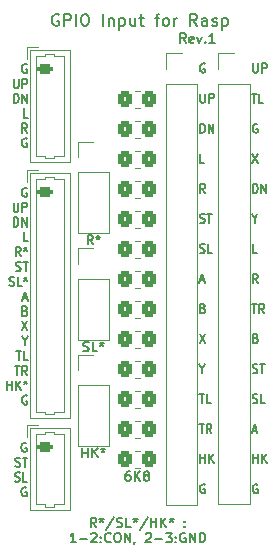
<source format=gbr>
%TF.GenerationSoftware,KiCad,Pcbnew,(6.0.10)*%
%TF.CreationDate,2023-02-12T22:57:06+09:00*%
%TF.ProjectId,joystick_gpio_input,6a6f7973-7469-4636-9b5f-6770696f5f69,1*%
%TF.SameCoordinates,PX7b89fa0PY78dfd90*%
%TF.FileFunction,Legend,Top*%
%TF.FilePolarity,Positive*%
%FSLAX46Y46*%
G04 Gerber Fmt 4.6, Leading zero omitted, Abs format (unit mm)*
G04 Created by KiCad (PCBNEW (6.0.10)) date 2023-02-12 22:57:06*
%MOMM*%
%LPD*%
G01*
G04 APERTURE LIST*
G04 Aperture macros list*
%AMRoundRect*
0 Rectangle with rounded corners*
0 $1 Rounding radius*
0 $2 $3 $4 $5 $6 $7 $8 $9 X,Y pos of 4 corners*
0 Add a 4 corners polygon primitive as box body*
4,1,4,$2,$3,$4,$5,$6,$7,$8,$9,$2,$3,0*
0 Add four circle primitives for the rounded corners*
1,1,$1+$1,$2,$3*
1,1,$1+$1,$4,$5*
1,1,$1+$1,$6,$7*
1,1,$1+$1,$8,$9*
0 Add four rect primitives between the rounded corners*
20,1,$1+$1,$2,$3,$4,$5,0*
20,1,$1+$1,$4,$5,$6,$7,0*
20,1,$1+$1,$6,$7,$8,$9,0*
20,1,$1+$1,$8,$9,$2,$3,0*%
G04 Aperture macros list end*
%ADD10C,0.150000*%
%ADD11C,0.120000*%
%ADD12RoundRect,0.250000X-0.350000X-0.450000X0.350000X-0.450000X0.350000X0.450000X-0.350000X0.450000X0*%
%ADD13R,1.700000X1.700000*%
%ADD14O,1.700000X1.700000*%
%ADD15RoundRect,0.200000X-0.450000X0.200000X-0.450000X-0.200000X0.450000X-0.200000X0.450000X0.200000X0*%
%ADD16O,1.300000X0.800000*%
G04 APERTURE END LIST*
D10*
X2021833Y9436500D02*
X1955166Y9473643D01*
X1855166Y9473643D01*
X1755166Y9436500D01*
X1688500Y9362215D01*
X1655166Y9287929D01*
X1621833Y9139358D01*
X1621833Y9027929D01*
X1655166Y8879358D01*
X1688500Y8805072D01*
X1755166Y8730786D01*
X1855166Y8693643D01*
X1921833Y8693643D01*
X2021833Y8730786D01*
X2055166Y8767929D01*
X2055166Y9027929D01*
X1921833Y9027929D01*
X1121833Y7474986D02*
X1221833Y7437843D01*
X1388500Y7437843D01*
X1455166Y7474986D01*
X1488500Y7512129D01*
X1521833Y7586415D01*
X1521833Y7660700D01*
X1488500Y7734986D01*
X1455166Y7772129D01*
X1388500Y7809272D01*
X1255166Y7846415D01*
X1188500Y7883558D01*
X1155166Y7920700D01*
X1121833Y7994986D01*
X1121833Y8069272D01*
X1155166Y8143558D01*
X1188500Y8180700D01*
X1255166Y8217843D01*
X1421833Y8217843D01*
X1521833Y8180700D01*
X1721833Y8217843D02*
X2121833Y8217843D01*
X1921833Y7437843D02*
X1921833Y8217843D01*
X1088500Y6219186D02*
X1188500Y6182043D01*
X1355166Y6182043D01*
X1421833Y6219186D01*
X1455166Y6256329D01*
X1488500Y6330615D01*
X1488500Y6404900D01*
X1455166Y6479186D01*
X1421833Y6516329D01*
X1355166Y6553472D01*
X1221833Y6590615D01*
X1155166Y6627758D01*
X1121833Y6664900D01*
X1088500Y6739186D01*
X1088500Y6813472D01*
X1121833Y6887758D01*
X1155166Y6924900D01*
X1221833Y6962043D01*
X1388500Y6962043D01*
X1488500Y6924900D01*
X2121833Y6182043D02*
X1788500Y6182043D01*
X1788500Y6962043D01*
X2021833Y5669100D02*
X1955166Y5706243D01*
X1855166Y5706243D01*
X1755166Y5669100D01*
X1688500Y5594815D01*
X1655166Y5520529D01*
X1621833Y5371958D01*
X1621833Y5260529D01*
X1655166Y5111958D01*
X1688500Y5037672D01*
X1755166Y4963386D01*
X1855166Y4926243D01*
X1921833Y4926243D01*
X2021833Y4963386D01*
X2055166Y5000529D01*
X2055166Y5260529D01*
X1921833Y5260529D01*
X7956990Y2314096D02*
X7690323Y2695048D01*
X7499847Y2314096D02*
X7499847Y3114096D01*
X7804609Y3114096D01*
X7880800Y3076000D01*
X7918895Y3037905D01*
X7956990Y2961715D01*
X7956990Y2847429D01*
X7918895Y2771239D01*
X7880800Y2733143D01*
X7804609Y2695048D01*
X7499847Y2695048D01*
X8414133Y3114096D02*
X8414133Y2923620D01*
X8223657Y2999810D02*
X8414133Y2923620D01*
X8604609Y2999810D01*
X8299847Y2771239D02*
X8414133Y2923620D01*
X8528419Y2771239D01*
X9480800Y3152191D02*
X8795085Y2123620D01*
X9709371Y2352191D02*
X9823657Y2314096D01*
X10014133Y2314096D01*
X10090323Y2352191D01*
X10128419Y2390286D01*
X10166514Y2466477D01*
X10166514Y2542667D01*
X10128419Y2618858D01*
X10090323Y2656953D01*
X10014133Y2695048D01*
X9861752Y2733143D01*
X9785561Y2771239D01*
X9747466Y2809334D01*
X9709371Y2885524D01*
X9709371Y2961715D01*
X9747466Y3037905D01*
X9785561Y3076000D01*
X9861752Y3114096D01*
X10052228Y3114096D01*
X10166514Y3076000D01*
X10890323Y2314096D02*
X10509371Y2314096D01*
X10509371Y3114096D01*
X11271276Y3114096D02*
X11271276Y2923620D01*
X11080800Y2999810D02*
X11271276Y2923620D01*
X11461752Y2999810D01*
X11156990Y2771239D02*
X11271276Y2923620D01*
X11385561Y2771239D01*
X12337942Y3152191D02*
X11652228Y2123620D01*
X12604609Y2314096D02*
X12604609Y3114096D01*
X12604609Y2733143D02*
X13061752Y2733143D01*
X13061752Y2314096D02*
X13061752Y3114096D01*
X13442704Y2314096D02*
X13442704Y3114096D01*
X13899847Y2314096D02*
X13556990Y2771239D01*
X13899847Y3114096D02*
X13442704Y2656953D01*
X14356990Y3114096D02*
X14356990Y2923620D01*
X14166514Y2999810D02*
X14356990Y2923620D01*
X14547466Y2999810D01*
X14242704Y2771239D02*
X14356990Y2923620D01*
X14471276Y2771239D01*
X15461752Y2390286D02*
X15499847Y2352191D01*
X15461752Y2314096D01*
X15423657Y2352191D01*
X15461752Y2390286D01*
X15461752Y2314096D01*
X15461752Y2809334D02*
X15499847Y2771239D01*
X15461752Y2733143D01*
X15423657Y2771239D01*
X15461752Y2809334D01*
X15461752Y2733143D01*
X6242704Y1026096D02*
X5785561Y1026096D01*
X6014133Y1026096D02*
X6014133Y1826096D01*
X5937942Y1711810D01*
X5861752Y1635620D01*
X5785561Y1597524D01*
X6585561Y1330858D02*
X7195085Y1330858D01*
X7537942Y1749905D02*
X7576038Y1788000D01*
X7652228Y1826096D01*
X7842704Y1826096D01*
X7918895Y1788000D01*
X7956990Y1749905D01*
X7995085Y1673715D01*
X7995085Y1597524D01*
X7956990Y1483239D01*
X7499847Y1026096D01*
X7995085Y1026096D01*
X8337942Y1102286D02*
X8376038Y1064191D01*
X8337942Y1026096D01*
X8299847Y1064191D01*
X8337942Y1102286D01*
X8337942Y1026096D01*
X8337942Y1521334D02*
X8376038Y1483239D01*
X8337942Y1445143D01*
X8299847Y1483239D01*
X8337942Y1521334D01*
X8337942Y1445143D01*
X9176038Y1102286D02*
X9137942Y1064191D01*
X9023657Y1026096D01*
X8947466Y1026096D01*
X8833180Y1064191D01*
X8756990Y1140381D01*
X8718895Y1216572D01*
X8680800Y1368953D01*
X8680800Y1483239D01*
X8718895Y1635620D01*
X8756990Y1711810D01*
X8833180Y1788000D01*
X8947466Y1826096D01*
X9023657Y1826096D01*
X9137942Y1788000D01*
X9176038Y1749905D01*
X9671276Y1826096D02*
X9823657Y1826096D01*
X9899847Y1788000D01*
X9976038Y1711810D01*
X10014133Y1559429D01*
X10014133Y1292762D01*
X9976038Y1140381D01*
X9899847Y1064191D01*
X9823657Y1026096D01*
X9671276Y1026096D01*
X9595085Y1064191D01*
X9518895Y1140381D01*
X9480800Y1292762D01*
X9480800Y1559429D01*
X9518895Y1711810D01*
X9595085Y1788000D01*
X9671276Y1826096D01*
X10356990Y1026096D02*
X10356990Y1826096D01*
X10814133Y1026096D01*
X10814133Y1826096D01*
X11233180Y1064191D02*
X11233180Y1026096D01*
X11195085Y949905D01*
X11156990Y911810D01*
X12147466Y1749905D02*
X12185561Y1788000D01*
X12261752Y1826096D01*
X12452228Y1826096D01*
X12528419Y1788000D01*
X12566514Y1749905D01*
X12604609Y1673715D01*
X12604609Y1597524D01*
X12566514Y1483239D01*
X12109371Y1026096D01*
X12604609Y1026096D01*
X12947466Y1330858D02*
X13556990Y1330858D01*
X13861752Y1826096D02*
X14356990Y1826096D01*
X14090323Y1521334D01*
X14204609Y1521334D01*
X14280800Y1483239D01*
X14318895Y1445143D01*
X14356990Y1368953D01*
X14356990Y1178477D01*
X14318895Y1102286D01*
X14280800Y1064191D01*
X14204609Y1026096D01*
X13976038Y1026096D01*
X13899847Y1064191D01*
X13861752Y1102286D01*
X14699847Y1102286D02*
X14737942Y1064191D01*
X14699847Y1026096D01*
X14661752Y1064191D01*
X14699847Y1102286D01*
X14699847Y1026096D01*
X14699847Y1521334D02*
X14737942Y1483239D01*
X14699847Y1445143D01*
X14661752Y1483239D01*
X14699847Y1521334D01*
X14699847Y1445143D01*
X15499847Y1788000D02*
X15423657Y1826096D01*
X15309371Y1826096D01*
X15195085Y1788000D01*
X15118895Y1711810D01*
X15080800Y1635620D01*
X15042704Y1483239D01*
X15042704Y1368953D01*
X15080800Y1216572D01*
X15118895Y1140381D01*
X15195085Y1064191D01*
X15309371Y1026096D01*
X15385561Y1026096D01*
X15499847Y1064191D01*
X15537942Y1102286D01*
X15537942Y1368953D01*
X15385561Y1368953D01*
X15880800Y1026096D02*
X15880800Y1826096D01*
X16337942Y1026096D01*
X16337942Y1826096D01*
X16718895Y1026096D02*
X16718895Y1826096D01*
X16909371Y1826096D01*
X17023657Y1788000D01*
X17099847Y1711810D01*
X17137942Y1635620D01*
X17176038Y1483239D01*
X17176038Y1368953D01*
X17137942Y1216572D01*
X17099847Y1140381D01*
X17023657Y1064191D01*
X16909371Y1026096D01*
X16718895Y1026096D01*
X2072633Y31024600D02*
X2005966Y31061743D01*
X1905966Y31061743D01*
X1805966Y31024600D01*
X1739300Y30950315D01*
X1705966Y30876029D01*
X1672633Y30727458D01*
X1672633Y30616029D01*
X1705966Y30467458D01*
X1739300Y30393172D01*
X1805966Y30318886D01*
X1905966Y30281743D01*
X1972633Y30281743D01*
X2072633Y30318886D01*
X2105966Y30356029D01*
X2105966Y30616029D01*
X1972633Y30616029D01*
X972633Y29805943D02*
X972633Y29174515D01*
X1005966Y29100229D01*
X1039300Y29063086D01*
X1105966Y29025943D01*
X1239300Y29025943D01*
X1305966Y29063086D01*
X1339300Y29100229D01*
X1372633Y29174515D01*
X1372633Y29805943D01*
X1705966Y29025943D02*
X1705966Y29805943D01*
X1972633Y29805943D01*
X2039300Y29768800D01*
X2072633Y29731658D01*
X2105966Y29657372D01*
X2105966Y29545943D01*
X2072633Y29471658D01*
X2039300Y29434515D01*
X1972633Y29397372D01*
X1705966Y29397372D01*
X972633Y27770143D02*
X972633Y28550143D01*
X1139300Y28550143D01*
X1239300Y28513000D01*
X1305966Y28438715D01*
X1339300Y28364429D01*
X1372633Y28215858D01*
X1372633Y28104429D01*
X1339300Y27955858D01*
X1305966Y27881572D01*
X1239300Y27807286D01*
X1139300Y27770143D01*
X972633Y27770143D01*
X1672633Y27770143D02*
X1672633Y28550143D01*
X2072633Y27770143D01*
X2072633Y28550143D01*
X2172633Y26514343D02*
X1839300Y26514343D01*
X1839300Y27294343D01*
X1572633Y25258543D02*
X1339300Y25629972D01*
X1172633Y25258543D02*
X1172633Y26038543D01*
X1439300Y26038543D01*
X1505966Y26001400D01*
X1539300Y25964258D01*
X1572633Y25889972D01*
X1572633Y25778543D01*
X1539300Y25704258D01*
X1505966Y25667115D01*
X1439300Y25629972D01*
X1172633Y25629972D01*
X1972633Y26038543D02*
X1972633Y25852829D01*
X1805966Y25927115D02*
X1972633Y25852829D01*
X2139300Y25927115D01*
X1872633Y25704258D02*
X1972633Y25852829D01*
X2072633Y25704258D01*
X1172633Y24039886D02*
X1272633Y24002743D01*
X1439300Y24002743D01*
X1505966Y24039886D01*
X1539300Y24077029D01*
X1572633Y24151315D01*
X1572633Y24225600D01*
X1539300Y24299886D01*
X1505966Y24337029D01*
X1439300Y24374172D01*
X1305966Y24411315D01*
X1239300Y24448458D01*
X1205966Y24485600D01*
X1172633Y24559886D01*
X1172633Y24634172D01*
X1205966Y24708458D01*
X1239300Y24745600D01*
X1305966Y24782743D01*
X1472633Y24782743D01*
X1572633Y24745600D01*
X1772633Y24782743D02*
X2172633Y24782743D01*
X1972633Y24002743D02*
X1972633Y24782743D01*
X605966Y22784086D02*
X705966Y22746943D01*
X872633Y22746943D01*
X939300Y22784086D01*
X972633Y22821229D01*
X1005966Y22895515D01*
X1005966Y22969800D01*
X972633Y23044086D01*
X939300Y23081229D01*
X872633Y23118372D01*
X739300Y23155515D01*
X672633Y23192658D01*
X639300Y23229800D01*
X605966Y23304086D01*
X605966Y23378372D01*
X639300Y23452658D01*
X672633Y23489800D01*
X739300Y23526943D01*
X905966Y23526943D01*
X1005966Y23489800D01*
X1639300Y22746943D02*
X1305966Y22746943D01*
X1305966Y23526943D01*
X1972633Y23526943D02*
X1972633Y23341229D01*
X1805966Y23415515D02*
X1972633Y23341229D01*
X2139300Y23415515D01*
X1872633Y23192658D02*
X1972633Y23341229D01*
X2072633Y23192658D01*
X1772633Y21714000D02*
X2105966Y21714000D01*
X1705966Y21491143D02*
X1939300Y22271143D01*
X2172633Y21491143D01*
X1939300Y20643915D02*
X2039300Y20606772D01*
X2072633Y20569629D01*
X2105966Y20495343D01*
X2105966Y20383915D01*
X2072633Y20309629D01*
X2039300Y20272486D01*
X1972633Y20235343D01*
X1705966Y20235343D01*
X1705966Y21015343D01*
X1939300Y21015343D01*
X2005966Y20978200D01*
X2039300Y20941058D01*
X2072633Y20866772D01*
X2072633Y20792486D01*
X2039300Y20718200D01*
X2005966Y20681058D01*
X1939300Y20643915D01*
X1705966Y20643915D01*
X1672633Y19759543D02*
X2139300Y18979543D01*
X2139300Y19759543D02*
X1672633Y18979543D01*
X1939300Y18095172D02*
X1939300Y17723743D01*
X1705966Y18503743D02*
X1939300Y18095172D01*
X2172633Y18503743D01*
X1205966Y17247943D02*
X1605966Y17247943D01*
X1405966Y16467943D02*
X1405966Y17247943D01*
X2172633Y16467943D02*
X1839300Y16467943D01*
X1839300Y17247943D01*
X1072633Y15992143D02*
X1472633Y15992143D01*
X1272633Y15212143D02*
X1272633Y15992143D01*
X2105966Y15212143D02*
X1872633Y15583572D01*
X1705966Y15212143D02*
X1705966Y15992143D01*
X1972633Y15992143D01*
X2039300Y15955000D01*
X2072633Y15917858D01*
X2105966Y15843572D01*
X2105966Y15732143D01*
X2072633Y15657858D01*
X2039300Y15620715D01*
X1972633Y15583572D01*
X1705966Y15583572D01*
X439300Y13956343D02*
X439300Y14736343D01*
X439300Y14364915D02*
X839300Y14364915D01*
X839300Y13956343D02*
X839300Y14736343D01*
X1172633Y13956343D02*
X1172633Y14736343D01*
X1572633Y13956343D02*
X1272633Y14402058D01*
X1572633Y14736343D02*
X1172633Y14290629D01*
X1972633Y14736343D02*
X1972633Y14550629D01*
X1805966Y14624915D02*
X1972633Y14550629D01*
X2139300Y14624915D01*
X1872633Y14402058D02*
X1972633Y14550629D01*
X2072633Y14402058D01*
X2072633Y13443400D02*
X2005966Y13480543D01*
X1905966Y13480543D01*
X1805966Y13443400D01*
X1739300Y13369115D01*
X1705966Y13294829D01*
X1672633Y13146258D01*
X1672633Y13034829D01*
X1705966Y12886258D01*
X1739300Y12811972D01*
X1805966Y12737686D01*
X1905966Y12700543D01*
X1972633Y12700543D01*
X2072633Y12737686D01*
X2105966Y12774829D01*
X2105966Y13034829D01*
X1972633Y13034829D01*
X2082633Y41502500D02*
X2015966Y41539643D01*
X1915966Y41539643D01*
X1815966Y41502500D01*
X1749300Y41428215D01*
X1715966Y41353929D01*
X1682633Y41205358D01*
X1682633Y41093929D01*
X1715966Y40945358D01*
X1749300Y40871072D01*
X1815966Y40796786D01*
X1915966Y40759643D01*
X1982633Y40759643D01*
X2082633Y40796786D01*
X2115966Y40833929D01*
X2115966Y41093929D01*
X1982633Y41093929D01*
X982633Y40283843D02*
X982633Y39652415D01*
X1015966Y39578129D01*
X1049300Y39540986D01*
X1115966Y39503843D01*
X1249300Y39503843D01*
X1315966Y39540986D01*
X1349300Y39578129D01*
X1382633Y39652415D01*
X1382633Y40283843D01*
X1715966Y39503843D02*
X1715966Y40283843D01*
X1982633Y40283843D01*
X2049300Y40246700D01*
X2082633Y40209558D01*
X2115966Y40135272D01*
X2115966Y40023843D01*
X2082633Y39949558D01*
X2049300Y39912415D01*
X1982633Y39875272D01*
X1715966Y39875272D01*
X982633Y38248043D02*
X982633Y39028043D01*
X1149300Y39028043D01*
X1249300Y38990900D01*
X1315966Y38916615D01*
X1349300Y38842329D01*
X1382633Y38693758D01*
X1382633Y38582329D01*
X1349300Y38433758D01*
X1315966Y38359472D01*
X1249300Y38285186D01*
X1149300Y38248043D01*
X982633Y38248043D01*
X1682633Y38248043D02*
X1682633Y39028043D01*
X2082633Y38248043D01*
X2082633Y39028043D01*
X2182633Y36992243D02*
X1849300Y36992243D01*
X1849300Y37772243D01*
X2115966Y35736443D02*
X1882633Y36107872D01*
X1715966Y35736443D02*
X1715966Y36516443D01*
X1982633Y36516443D01*
X2049300Y36479300D01*
X2082633Y36442158D01*
X2115966Y36367872D01*
X2115966Y36256443D01*
X2082633Y36182158D01*
X2049300Y36145015D01*
X1982633Y36107872D01*
X1715966Y36107872D01*
X2082633Y35223500D02*
X2015966Y35260643D01*
X1915966Y35260643D01*
X1815966Y35223500D01*
X1749300Y35149215D01*
X1715966Y35074929D01*
X1682633Y34926358D01*
X1682633Y34814929D01*
X1715966Y34666358D01*
X1749300Y34592072D01*
X1815966Y34517786D01*
X1915966Y34480643D01*
X1982633Y34480643D01*
X2082633Y34517786D01*
X2115966Y34554929D01*
X2115966Y34814929D01*
X1982633Y34814929D01*
X21244566Y41581820D02*
X21244566Y40942296D01*
X21277900Y40867058D01*
X21311233Y40829439D01*
X21377900Y40791820D01*
X21511233Y40791820D01*
X21577900Y40829439D01*
X21611233Y40867058D01*
X21644566Y40942296D01*
X21644566Y41581820D01*
X21977900Y40791820D02*
X21977900Y41581820D01*
X22244566Y41581820D01*
X22311233Y41544200D01*
X22344566Y41506581D01*
X22377900Y41431343D01*
X22377900Y41318486D01*
X22344566Y41243248D01*
X22311233Y41205629D01*
X22244566Y41168010D01*
X21977900Y41168010D01*
X21144566Y39038020D02*
X21544566Y39038020D01*
X21344566Y38248020D02*
X21344566Y39038020D01*
X22111233Y38248020D02*
X21777900Y38248020D01*
X21777900Y39038020D01*
X21611233Y36456600D02*
X21544566Y36494220D01*
X21444566Y36494220D01*
X21344566Y36456600D01*
X21277900Y36381362D01*
X21244566Y36306124D01*
X21211233Y36155648D01*
X21211233Y36042791D01*
X21244566Y35892315D01*
X21277900Y35817077D01*
X21344566Y35741839D01*
X21444566Y35704220D01*
X21511233Y35704220D01*
X21611233Y35741839D01*
X21644566Y35779458D01*
X21644566Y36042791D01*
X21511233Y36042791D01*
X21177900Y33950420D02*
X21644566Y33160420D01*
X21644566Y33950420D02*
X21177900Y33160420D01*
X21244566Y30616620D02*
X21244566Y31406620D01*
X21411233Y31406620D01*
X21511233Y31369000D01*
X21577900Y31293762D01*
X21611233Y31218524D01*
X21644566Y31068048D01*
X21644566Y30955191D01*
X21611233Y30804715D01*
X21577900Y30729477D01*
X21511233Y30654239D01*
X21411233Y30616620D01*
X21244566Y30616620D01*
X21944566Y30616620D02*
X21944566Y31406620D01*
X22344566Y30616620D01*
X22344566Y31406620D01*
X21377900Y28449010D02*
X21377900Y28072820D01*
X21144566Y28862820D02*
X21377900Y28449010D01*
X21611233Y28862820D01*
X21577900Y25529020D02*
X21244566Y25529020D01*
X21244566Y26319020D01*
X21644566Y22985220D02*
X21411233Y23361410D01*
X21244566Y22985220D02*
X21244566Y23775220D01*
X21511233Y23775220D01*
X21577900Y23737600D01*
X21611233Y23699981D01*
X21644566Y23624743D01*
X21644566Y23511886D01*
X21611233Y23436648D01*
X21577900Y23399029D01*
X21511233Y23361410D01*
X21244566Y23361410D01*
X21144566Y21231420D02*
X21544566Y21231420D01*
X21344566Y20441420D02*
X21344566Y21231420D01*
X22177900Y20441420D02*
X21944566Y20817610D01*
X21777900Y20441420D02*
X21777900Y21231420D01*
X22044566Y21231420D01*
X22111233Y21193800D01*
X22144566Y21156181D01*
X22177900Y21080943D01*
X22177900Y20968086D01*
X22144566Y20892848D01*
X22111233Y20855229D01*
X22044566Y20817610D01*
X21777900Y20817610D01*
X21477900Y18311429D02*
X21577900Y18273810D01*
X21611233Y18236191D01*
X21644566Y18160953D01*
X21644566Y18048096D01*
X21611233Y17972858D01*
X21577900Y17935239D01*
X21511233Y17897620D01*
X21244566Y17897620D01*
X21244566Y18687620D01*
X21477900Y18687620D01*
X21544566Y18650000D01*
X21577900Y18612381D01*
X21611233Y18537143D01*
X21611233Y18461905D01*
X21577900Y18386667D01*
X21544566Y18349048D01*
X21477900Y18311429D01*
X21244566Y18311429D01*
X21211233Y15391439D02*
X21311233Y15353820D01*
X21477900Y15353820D01*
X21544566Y15391439D01*
X21577900Y15429058D01*
X21611233Y15504296D01*
X21611233Y15579534D01*
X21577900Y15654772D01*
X21544566Y15692391D01*
X21477900Y15730010D01*
X21344566Y15767629D01*
X21277900Y15805248D01*
X21244566Y15842867D01*
X21211233Y15918105D01*
X21211233Y15993343D01*
X21244566Y16068581D01*
X21277900Y16106200D01*
X21344566Y16143820D01*
X21511233Y16143820D01*
X21611233Y16106200D01*
X21811233Y16143820D02*
X22211233Y16143820D01*
X22011233Y15353820D02*
X22011233Y16143820D01*
X21211233Y12847639D02*
X21311233Y12810020D01*
X21477900Y12810020D01*
X21544566Y12847639D01*
X21577900Y12885258D01*
X21611233Y12960496D01*
X21611233Y13035734D01*
X21577900Y13110972D01*
X21544566Y13148591D01*
X21477900Y13186210D01*
X21344566Y13223829D01*
X21277900Y13261448D01*
X21244566Y13299067D01*
X21211233Y13374305D01*
X21211233Y13449543D01*
X21244566Y13524781D01*
X21277900Y13562400D01*
X21344566Y13600020D01*
X21511233Y13600020D01*
X21611233Y13562400D01*
X22244566Y12810020D02*
X21911233Y12810020D01*
X21911233Y13600020D01*
X21211233Y10491934D02*
X21544566Y10491934D01*
X21144566Y10266220D02*
X21377900Y11056220D01*
X21611233Y10266220D01*
X21244566Y7722420D02*
X21244566Y8512420D01*
X21244566Y8136229D02*
X21644566Y8136229D01*
X21644566Y7722420D02*
X21644566Y8512420D01*
X21977900Y7722420D02*
X21977900Y8512420D01*
X22377900Y7722420D02*
X22077900Y8173848D01*
X22377900Y8512420D02*
X21977900Y8060991D01*
X21611233Y5931000D02*
X21544566Y5968620D01*
X21444566Y5968620D01*
X21344566Y5931000D01*
X21277900Y5855762D01*
X21244566Y5780524D01*
X21211233Y5630048D01*
X21211233Y5517191D01*
X21244566Y5366715D01*
X21277900Y5291477D01*
X21344566Y5216239D01*
X21444566Y5178620D01*
X21511233Y5178620D01*
X21611233Y5216239D01*
X21644566Y5253858D01*
X21644566Y5517191D01*
X21511233Y5517191D01*
X7668028Y26279915D02*
X7418028Y26637058D01*
X7239457Y26279915D02*
X7239457Y27029915D01*
X7525171Y27029915D01*
X7596600Y26994200D01*
X7632314Y26958486D01*
X7668028Y26887058D01*
X7668028Y26779915D01*
X7632314Y26708486D01*
X7596600Y26672772D01*
X7525171Y26637058D01*
X7239457Y26637058D01*
X8096600Y27029915D02*
X8096600Y26851343D01*
X7918028Y26922772D02*
X8096600Y26851343D01*
X8275171Y26922772D01*
X7989457Y26708486D02*
X8096600Y26851343D01*
X8203742Y26708486D01*
X4777647Y45712000D02*
X4682409Y45759620D01*
X4539552Y45759620D01*
X4396695Y45712000D01*
X4301457Y45616762D01*
X4253838Y45521524D01*
X4206219Y45331048D01*
X4206219Y45188191D01*
X4253838Y44997715D01*
X4301457Y44902477D01*
X4396695Y44807239D01*
X4539552Y44759620D01*
X4634790Y44759620D01*
X4777647Y44807239D01*
X4825266Y44854858D01*
X4825266Y45188191D01*
X4634790Y45188191D01*
X5253838Y44759620D02*
X5253838Y45759620D01*
X5634790Y45759620D01*
X5730028Y45712000D01*
X5777647Y45664381D01*
X5825266Y45569143D01*
X5825266Y45426286D01*
X5777647Y45331048D01*
X5730028Y45283429D01*
X5634790Y45235810D01*
X5253838Y45235810D01*
X6253838Y44759620D02*
X6253838Y45759620D01*
X6920504Y45759620D02*
X7110980Y45759620D01*
X7206219Y45712000D01*
X7301457Y45616762D01*
X7349076Y45426286D01*
X7349076Y45092953D01*
X7301457Y44902477D01*
X7206219Y44807239D01*
X7110980Y44759620D01*
X6920504Y44759620D01*
X6825266Y44807239D01*
X6730028Y44902477D01*
X6682409Y45092953D01*
X6682409Y45426286D01*
X6730028Y45616762D01*
X6825266Y45712000D01*
X6920504Y45759620D01*
X8539552Y44759620D02*
X8539552Y45759620D01*
X9015742Y45426286D02*
X9015742Y44759620D01*
X9015742Y45331048D02*
X9063361Y45378667D01*
X9158600Y45426286D01*
X9301457Y45426286D01*
X9396695Y45378667D01*
X9444314Y45283429D01*
X9444314Y44759620D01*
X9920504Y45426286D02*
X9920504Y44426286D01*
X9920504Y45378667D02*
X10015742Y45426286D01*
X10206219Y45426286D01*
X10301457Y45378667D01*
X10349076Y45331048D01*
X10396695Y45235810D01*
X10396695Y44950096D01*
X10349076Y44854858D01*
X10301457Y44807239D01*
X10206219Y44759620D01*
X10015742Y44759620D01*
X9920504Y44807239D01*
X11253838Y45426286D02*
X11253838Y44759620D01*
X10825266Y45426286D02*
X10825266Y44902477D01*
X10872885Y44807239D01*
X10968123Y44759620D01*
X11110980Y44759620D01*
X11206219Y44807239D01*
X11253838Y44854858D01*
X11587171Y45426286D02*
X11968123Y45426286D01*
X11730028Y45759620D02*
X11730028Y44902477D01*
X11777647Y44807239D01*
X11872885Y44759620D01*
X11968123Y44759620D01*
X12920504Y45426286D02*
X13301457Y45426286D01*
X13063361Y44759620D02*
X13063361Y45616762D01*
X13110980Y45712000D01*
X13206219Y45759620D01*
X13301457Y45759620D01*
X13777647Y44759620D02*
X13682409Y44807239D01*
X13634790Y44854858D01*
X13587171Y44950096D01*
X13587171Y45235810D01*
X13634790Y45331048D01*
X13682409Y45378667D01*
X13777647Y45426286D01*
X13920504Y45426286D01*
X14015742Y45378667D01*
X14063361Y45331048D01*
X14110980Y45235810D01*
X14110980Y44950096D01*
X14063361Y44854858D01*
X14015742Y44807239D01*
X13920504Y44759620D01*
X13777647Y44759620D01*
X14539552Y44759620D02*
X14539552Y45426286D01*
X14539552Y45235810D02*
X14587171Y45331048D01*
X14634790Y45378667D01*
X14730028Y45426286D01*
X14825266Y45426286D01*
X16491933Y44759620D02*
X16158600Y45235810D01*
X15920504Y44759620D02*
X15920504Y45759620D01*
X16301457Y45759620D01*
X16396695Y45712000D01*
X16444314Y45664381D01*
X16491933Y45569143D01*
X16491933Y45426286D01*
X16444314Y45331048D01*
X16396695Y45283429D01*
X16301457Y45235810D01*
X15920504Y45235810D01*
X17349076Y44759620D02*
X17349076Y45283429D01*
X17301457Y45378667D01*
X17206219Y45426286D01*
X17015742Y45426286D01*
X16920504Y45378667D01*
X17349076Y44807239D02*
X17253838Y44759620D01*
X17015742Y44759620D01*
X16920504Y44807239D01*
X16872885Y44902477D01*
X16872885Y44997715D01*
X16920504Y45092953D01*
X17015742Y45140572D01*
X17253838Y45140572D01*
X17349076Y45188191D01*
X17777647Y44807239D02*
X17872885Y44759620D01*
X18063361Y44759620D01*
X18158600Y44807239D01*
X18206219Y44902477D01*
X18206219Y44950096D01*
X18158600Y45045334D01*
X18063361Y45092953D01*
X17920504Y45092953D01*
X17825266Y45140572D01*
X17777647Y45235810D01*
X17777647Y45283429D01*
X17825266Y45378667D01*
X17920504Y45426286D01*
X18063361Y45426286D01*
X18158600Y45378667D01*
X18634790Y45426286D02*
X18634790Y44426286D01*
X18634790Y45378667D02*
X18730028Y45426286D01*
X18920504Y45426286D01*
X19015742Y45378667D01*
X19063361Y45331048D01*
X19110980Y45235810D01*
X19110980Y44950096D01*
X19063361Y44854858D01*
X19015742Y44807239D01*
X18920504Y44759620D01*
X18730028Y44759620D01*
X18634790Y44807239D01*
X6788266Y8223296D02*
X6788266Y9023296D01*
X6788266Y8642343D02*
X7245409Y8642343D01*
X7245409Y8223296D02*
X7245409Y9023296D01*
X7626361Y8223296D02*
X7626361Y9023296D01*
X8083504Y8223296D02*
X7740647Y8680439D01*
X8083504Y9023296D02*
X7626361Y8566153D01*
X8540647Y9023296D02*
X8540647Y8832820D01*
X8350171Y8909010D02*
X8540647Y8832820D01*
X8731123Y8909010D01*
X8426361Y8680439D02*
X8540647Y8832820D01*
X8654933Y8680439D01*
X6864457Y17252991D02*
X6978742Y17214896D01*
X7169219Y17214896D01*
X7245409Y17252991D01*
X7283504Y17291086D01*
X7321600Y17367277D01*
X7321600Y17443467D01*
X7283504Y17519658D01*
X7245409Y17557753D01*
X7169219Y17595848D01*
X7016838Y17633943D01*
X6940647Y17672039D01*
X6902552Y17710134D01*
X6864457Y17786324D01*
X6864457Y17862515D01*
X6902552Y17938705D01*
X6940647Y17976800D01*
X7016838Y18014896D01*
X7207314Y18014896D01*
X7321600Y17976800D01*
X8045409Y17214896D02*
X7664457Y17214896D01*
X7664457Y18014896D01*
X8426361Y18014896D02*
X8426361Y17824420D01*
X8235885Y17900610D02*
X8426361Y17824420D01*
X8616838Y17900610D01*
X8312076Y17672039D02*
X8426361Y17824420D01*
X8540647Y17672039D01*
X15538571Y43326096D02*
X15271904Y43707048D01*
X15081428Y43326096D02*
X15081428Y44126096D01*
X15386190Y44126096D01*
X15462380Y44088000D01*
X15500476Y44049905D01*
X15538571Y43973715D01*
X15538571Y43859429D01*
X15500476Y43783239D01*
X15462380Y43745143D01*
X15386190Y43707048D01*
X15081428Y43707048D01*
X16186190Y43364191D02*
X16110000Y43326096D01*
X15957619Y43326096D01*
X15881428Y43364191D01*
X15843333Y43440381D01*
X15843333Y43745143D01*
X15881428Y43821334D01*
X15957619Y43859429D01*
X16110000Y43859429D01*
X16186190Y43821334D01*
X16224285Y43745143D01*
X16224285Y43668953D01*
X15843333Y43592762D01*
X16490952Y43859429D02*
X16681428Y43326096D01*
X16871904Y43859429D01*
X17176666Y43402286D02*
X17214761Y43364191D01*
X17176666Y43326096D01*
X17138571Y43364191D01*
X17176666Y43402286D01*
X17176666Y43326096D01*
X17976666Y43326096D02*
X17519523Y43326096D01*
X17748095Y43326096D02*
X17748095Y44126096D01*
X17671904Y44011810D01*
X17595714Y43935620D01*
X17519523Y43897524D01*
X17140833Y41544200D02*
X17074166Y41581820D01*
X16974166Y41581820D01*
X16874166Y41544200D01*
X16807500Y41468962D01*
X16774166Y41393724D01*
X16740833Y41243248D01*
X16740833Y41130391D01*
X16774166Y40979915D01*
X16807500Y40904677D01*
X16874166Y40829439D01*
X16974166Y40791820D01*
X17040833Y40791820D01*
X17140833Y40829439D01*
X17174166Y40867058D01*
X17174166Y41130391D01*
X17040833Y41130391D01*
X16774166Y39038020D02*
X16774166Y38398496D01*
X16807500Y38323258D01*
X16840833Y38285639D01*
X16907500Y38248020D01*
X17040833Y38248020D01*
X17107500Y38285639D01*
X17140833Y38323258D01*
X17174166Y38398496D01*
X17174166Y39038020D01*
X17507500Y38248020D02*
X17507500Y39038020D01*
X17774166Y39038020D01*
X17840833Y39000400D01*
X17874166Y38962781D01*
X17907500Y38887543D01*
X17907500Y38774686D01*
X17874166Y38699448D01*
X17840833Y38661829D01*
X17774166Y38624210D01*
X17507500Y38624210D01*
X16774166Y35704220D02*
X16774166Y36494220D01*
X16940833Y36494220D01*
X17040833Y36456600D01*
X17107500Y36381362D01*
X17140833Y36306124D01*
X17174166Y36155648D01*
X17174166Y36042791D01*
X17140833Y35892315D01*
X17107500Y35817077D01*
X17040833Y35741839D01*
X16940833Y35704220D01*
X16774166Y35704220D01*
X17474166Y35704220D02*
X17474166Y36494220D01*
X17874166Y35704220D01*
X17874166Y36494220D01*
X17107500Y33160420D02*
X16774166Y33160420D01*
X16774166Y33950420D01*
X17174166Y30616620D02*
X16940833Y30992810D01*
X16774166Y30616620D02*
X16774166Y31406620D01*
X17040833Y31406620D01*
X17107500Y31369000D01*
X17140833Y31331381D01*
X17174166Y31256143D01*
X17174166Y31143286D01*
X17140833Y31068048D01*
X17107500Y31030429D01*
X17040833Y30992810D01*
X16774166Y30992810D01*
X16740833Y28110439D02*
X16840833Y28072820D01*
X17007500Y28072820D01*
X17074166Y28110439D01*
X17107500Y28148058D01*
X17140833Y28223296D01*
X17140833Y28298534D01*
X17107500Y28373772D01*
X17074166Y28411391D01*
X17007500Y28449010D01*
X16874166Y28486629D01*
X16807500Y28524248D01*
X16774166Y28561867D01*
X16740833Y28637105D01*
X16740833Y28712343D01*
X16774166Y28787581D01*
X16807500Y28825200D01*
X16874166Y28862820D01*
X17040833Y28862820D01*
X17140833Y28825200D01*
X17340833Y28862820D02*
X17740833Y28862820D01*
X17540833Y28072820D02*
X17540833Y28862820D01*
X16740833Y25566639D02*
X16840833Y25529020D01*
X17007500Y25529020D01*
X17074166Y25566639D01*
X17107500Y25604258D01*
X17140833Y25679496D01*
X17140833Y25754734D01*
X17107500Y25829972D01*
X17074166Y25867591D01*
X17007500Y25905210D01*
X16874166Y25942829D01*
X16807500Y25980448D01*
X16774166Y26018067D01*
X16740833Y26093305D01*
X16740833Y26168543D01*
X16774166Y26243781D01*
X16807500Y26281400D01*
X16874166Y26319020D01*
X17040833Y26319020D01*
X17140833Y26281400D01*
X17774166Y25529020D02*
X17440833Y25529020D01*
X17440833Y26319020D01*
X16740833Y23210934D02*
X17074166Y23210934D01*
X16674166Y22985220D02*
X16907500Y23775220D01*
X17140833Y22985220D01*
X17007500Y20855229D02*
X17107500Y20817610D01*
X17140833Y20779991D01*
X17174166Y20704753D01*
X17174166Y20591896D01*
X17140833Y20516658D01*
X17107500Y20479039D01*
X17040833Y20441420D01*
X16774166Y20441420D01*
X16774166Y21231420D01*
X17007500Y21231420D01*
X17074166Y21193800D01*
X17107500Y21156181D01*
X17140833Y21080943D01*
X17140833Y21005705D01*
X17107500Y20930467D01*
X17074166Y20892848D01*
X17007500Y20855229D01*
X16774166Y20855229D01*
X16707500Y18687620D02*
X17174166Y17897620D01*
X17174166Y18687620D02*
X16707500Y17897620D01*
X16907500Y15730010D02*
X16907500Y15353820D01*
X16674166Y16143820D02*
X16907500Y15730010D01*
X17140833Y16143820D01*
X16674166Y13600020D02*
X17074166Y13600020D01*
X16874166Y12810020D02*
X16874166Y13600020D01*
X17640833Y12810020D02*
X17307500Y12810020D01*
X17307500Y13600020D01*
X16674166Y11056220D02*
X17074166Y11056220D01*
X16874166Y10266220D02*
X16874166Y11056220D01*
X17707500Y10266220D02*
X17474166Y10642410D01*
X17307500Y10266220D02*
X17307500Y11056220D01*
X17574166Y11056220D01*
X17640833Y11018600D01*
X17674166Y10980981D01*
X17707500Y10905743D01*
X17707500Y10792886D01*
X17674166Y10717648D01*
X17640833Y10680029D01*
X17574166Y10642410D01*
X17307500Y10642410D01*
X16774166Y7722420D02*
X16774166Y8512420D01*
X16774166Y8136229D02*
X17174166Y8136229D01*
X17174166Y7722420D02*
X17174166Y8512420D01*
X17507500Y7722420D02*
X17507500Y8512420D01*
X17907500Y7722420D02*
X17607500Y8173848D01*
X17907500Y8512420D02*
X17507500Y8060991D01*
X17140833Y5931000D02*
X17074166Y5968620D01*
X16974166Y5968620D01*
X16874166Y5931000D01*
X16807500Y5855762D01*
X16774166Y5780524D01*
X16740833Y5630048D01*
X16740833Y5517191D01*
X16774166Y5366715D01*
X16807500Y5291477D01*
X16874166Y5216239D01*
X16974166Y5178620D01*
X17040833Y5178620D01*
X17140833Y5216239D01*
X17174166Y5253858D01*
X17174166Y5517191D01*
X17040833Y5517191D01*
%TO.C,R13*%
X10801428Y7042096D02*
X10649047Y7042096D01*
X10572857Y7004000D01*
X10534761Y6965905D01*
X10458571Y6851620D01*
X10420476Y6699239D01*
X10420476Y6394477D01*
X10458571Y6318286D01*
X10496666Y6280191D01*
X10572857Y6242096D01*
X10725238Y6242096D01*
X10801428Y6280191D01*
X10839523Y6318286D01*
X10877619Y6394477D01*
X10877619Y6584953D01*
X10839523Y6661143D01*
X10801428Y6699239D01*
X10725238Y6737334D01*
X10572857Y6737334D01*
X10496666Y6699239D01*
X10458571Y6661143D01*
X10420476Y6584953D01*
X11220476Y6242096D02*
X11220476Y7042096D01*
X11677619Y6242096D02*
X11334761Y6699239D01*
X11677619Y7042096D02*
X11220476Y6584953D01*
X12134761Y6699239D02*
X12058571Y6737334D01*
X12020476Y6775429D01*
X11982380Y6851620D01*
X11982380Y6889715D01*
X12020476Y6965905D01*
X12058571Y7004000D01*
X12134761Y7042096D01*
X12287142Y7042096D01*
X12363333Y7004000D01*
X12401428Y6965905D01*
X12439523Y6889715D01*
X12439523Y6851620D01*
X12401428Y6775429D01*
X12363333Y6737334D01*
X12287142Y6699239D01*
X12134761Y6699239D01*
X12058571Y6661143D01*
X12020476Y6623048D01*
X11982380Y6546858D01*
X11982380Y6394477D01*
X12020476Y6318286D01*
X12058571Y6280191D01*
X12134761Y6242096D01*
X12287142Y6242096D01*
X12363333Y6280191D01*
X12401428Y6318286D01*
X12439523Y6394477D01*
X12439523Y6546858D01*
X12401428Y6623048D01*
X12363333Y6661143D01*
X12287142Y6699239D01*
D11*
%TO.C,R10*%
X11202936Y16432200D02*
X11657064Y16432200D01*
X11202936Y14962200D02*
X11657064Y14962200D01*
%TO.C,R12*%
X11202936Y11352200D02*
X11657064Y11352200D01*
X11202936Y9882200D02*
X11657064Y9882200D01*
%TO.C,J5*%
X18278800Y39878000D02*
X18278800Y4258000D01*
X18278800Y4258000D02*
X20938800Y4258000D01*
X18278800Y42478000D02*
X19608800Y42478000D01*
X20938800Y39878000D02*
X20938800Y4258000D01*
X18278800Y41148000D02*
X18278800Y42478000D01*
X18278800Y39878000D02*
X20938800Y39878000D01*
%TO.C,R13*%
X11202936Y7342200D02*
X11657064Y7342200D01*
X11202936Y8812200D02*
X11657064Y8812200D01*
%TO.C,R11*%
X11202936Y12422200D02*
X11657064Y12422200D01*
X11202936Y13892200D02*
X11657064Y13892200D01*
%TO.C,R4*%
X11202936Y31672200D02*
X11657064Y31672200D01*
X11202936Y30202200D02*
X11657064Y30202200D01*
%TO.C,R9*%
X11202936Y18972200D02*
X11657064Y18972200D01*
X11202936Y17502200D02*
X11657064Y17502200D01*
%TO.C,R5*%
X11202936Y29132200D02*
X11657064Y29132200D01*
X11202936Y27662200D02*
X11657064Y27662200D01*
%TO.C,JP3*%
X6391600Y15595600D02*
X6391600Y16925600D01*
X6391600Y14325600D02*
X9051600Y14325600D01*
X6391600Y14325600D02*
X6391600Y9185600D01*
X9051600Y14325600D02*
X9051600Y9185600D01*
X6391600Y9185600D02*
X9051600Y9185600D01*
X6391600Y16925600D02*
X7721600Y16925600D01*
%TO.C,R2*%
X11202936Y36752200D02*
X11657064Y36752200D01*
X11202936Y35282200D02*
X11657064Y35282200D01*
%TO.C,J1*%
X4406800Y33747200D02*
X5256800Y33747200D01*
X5256800Y42197200D02*
X5256800Y37972200D01*
X2056800Y42997200D02*
X2056800Y41997200D01*
X5766800Y33237200D02*
X5766800Y42707200D01*
X4406800Y42197200D02*
X5256800Y42197200D01*
X2056800Y42997200D02*
X3056800Y42997200D01*
X2856800Y37972200D02*
X2856800Y33747200D01*
X2856800Y42197200D02*
X3606800Y42197200D01*
X2346800Y33237200D02*
X5766800Y33237200D01*
X5256800Y33747200D02*
X5256800Y37972200D01*
X2856800Y37972200D02*
X2856800Y42197200D01*
X4406800Y42397200D02*
X4406800Y42197200D01*
X3606800Y42197200D02*
X3606800Y42397200D01*
X3606800Y33547200D02*
X4406800Y33547200D01*
X5766800Y42707200D02*
X2346800Y42707200D01*
X2856800Y33747200D02*
X3606800Y33747200D01*
X3606800Y33747200D02*
X3606800Y33547200D01*
X2346800Y42707200D02*
X2346800Y33237200D01*
X4406800Y33547200D02*
X4406800Y33747200D01*
X3606800Y42397200D02*
X4406800Y42397200D01*
%TO.C,R8*%
X11202936Y21512200D02*
X11657064Y21512200D01*
X11202936Y20042200D02*
X11657064Y20042200D01*
%TO.C,R3*%
X11202936Y32742200D02*
X11657064Y32742200D01*
X11202936Y34212200D02*
X11657064Y34212200D01*
%TO.C,J3*%
X2346800Y11573200D02*
X5766800Y11573200D01*
X3606800Y31983200D02*
X4406800Y31983200D01*
X5256800Y12083200D02*
X5256800Y21933200D01*
X2856800Y21933200D02*
X2856800Y12083200D01*
X3606800Y11883200D02*
X4406800Y11883200D01*
X2856800Y21933200D02*
X2856800Y31783200D01*
X3606800Y12083200D02*
X3606800Y11883200D01*
X2056800Y32583200D02*
X2056800Y31583200D01*
X2056800Y32583200D02*
X3056800Y32583200D01*
X4406800Y31983200D02*
X4406800Y31783200D01*
X2856800Y31783200D02*
X3606800Y31783200D01*
X2856800Y12083200D02*
X3606800Y12083200D01*
X5256800Y31783200D02*
X5256800Y21933200D01*
X4406800Y12083200D02*
X5256800Y12083200D01*
X4406800Y11883200D02*
X4406800Y12083200D01*
X3606800Y31783200D02*
X3606800Y31983200D01*
X5766800Y32293200D02*
X2346800Y32293200D01*
X4406800Y31783200D02*
X5256800Y31783200D01*
X2346800Y32293200D02*
X2346800Y11573200D01*
X5766800Y11573200D02*
X5766800Y32293200D01*
%TO.C,JP1*%
X6391600Y32359600D02*
X9051600Y32359600D01*
X9051600Y32359600D02*
X9051600Y27219600D01*
X6391600Y34959600D02*
X7721600Y34959600D01*
X6391600Y32359600D02*
X6391600Y27219600D01*
X6391600Y27219600D02*
X9051600Y27219600D01*
X6391600Y33629600D02*
X6391600Y34959600D01*
%TO.C,J4*%
X13859200Y42427200D02*
X15189200Y42427200D01*
X13859200Y41097200D02*
X13859200Y42427200D01*
X13859200Y4207200D02*
X16519200Y4207200D01*
X13859200Y39827200D02*
X13859200Y4207200D01*
X13859200Y39827200D02*
X16519200Y39827200D01*
X16519200Y39827200D02*
X16519200Y4207200D01*
%TO.C,JP2*%
X6391600Y23342600D02*
X6391600Y18202600D01*
X6391600Y18202600D02*
X9051600Y18202600D01*
X6391600Y25942600D02*
X7721600Y25942600D01*
X6391600Y24612600D02*
X6391600Y25942600D01*
X9051600Y23342600D02*
X9051600Y18202600D01*
X6391600Y23342600D02*
X9051600Y23342600D01*
%TO.C,J2*%
X5766800Y3733200D02*
X5766800Y10703200D01*
X5256800Y10193200D02*
X5256800Y7218200D01*
X4406800Y4243200D02*
X5256800Y4243200D01*
X2056800Y10993200D02*
X2056800Y9993200D01*
X2346800Y10703200D02*
X2346800Y3733200D01*
X3606800Y10393200D02*
X4406800Y10393200D01*
X3606800Y10193200D02*
X3606800Y10393200D01*
X2856800Y4243200D02*
X3606800Y4243200D01*
X3606800Y4043200D02*
X4406800Y4043200D01*
X2856800Y10193200D02*
X3606800Y10193200D01*
X5766800Y10703200D02*
X2346800Y10703200D01*
X2856800Y7218200D02*
X2856800Y4243200D01*
X3606800Y4243200D02*
X3606800Y4043200D01*
X2856800Y7218200D02*
X2856800Y10193200D01*
X4406800Y4043200D02*
X4406800Y4243200D01*
X4406800Y10393200D02*
X4406800Y10193200D01*
X2346800Y3733200D02*
X5766800Y3733200D01*
X4406800Y10193200D02*
X5256800Y10193200D01*
X2056800Y10993200D02*
X3056800Y10993200D01*
X5256800Y4243200D02*
X5256800Y7218200D01*
%TO.C,R7*%
X11202936Y24052200D02*
X11657064Y24052200D01*
X11202936Y22582200D02*
X11657064Y22582200D01*
%TO.C,R6*%
X11202936Y26592200D02*
X11657064Y26592200D01*
X11202936Y25122200D02*
X11657064Y25122200D01*
%TO.C,R1*%
X11202936Y37822200D02*
X11657064Y37822200D01*
X11202936Y39292200D02*
X11657064Y39292200D01*
%TD*%
%LPC*%
D12*
%TO.C,R10*%
X10430000Y15697200D03*
X12430000Y15697200D03*
%TD*%
%TO.C,R12*%
X10430000Y10617200D03*
X12430000Y10617200D03*
%TD*%
D13*
%TO.C,J5*%
X19608800Y41148000D03*
D14*
X19608800Y38608000D03*
X19608800Y36068000D03*
X19608800Y33528000D03*
X19608800Y30988000D03*
X19608800Y28448000D03*
X19608800Y25908000D03*
X19608800Y23368000D03*
X19608800Y20828000D03*
X19608800Y18288000D03*
X19608800Y15748000D03*
X19608800Y13208000D03*
X19608800Y10668000D03*
X19608800Y8128000D03*
X19608800Y5588000D03*
%TD*%
D12*
%TO.C,R13*%
X10430000Y8077200D03*
X12430000Y8077200D03*
%TD*%
%TO.C,R11*%
X10430000Y13157200D03*
X12430000Y13157200D03*
%TD*%
%TO.C,R4*%
X10430000Y30937200D03*
X12430000Y30937200D03*
%TD*%
%TO.C,R9*%
X10430000Y18237200D03*
X12430000Y18237200D03*
%TD*%
%TO.C,R5*%
X10430000Y28397200D03*
X12430000Y28397200D03*
%TD*%
D13*
%TO.C,JP3*%
X7721600Y15595600D03*
D14*
X7721600Y13055600D03*
X7721600Y10515600D03*
%TD*%
D12*
%TO.C,R2*%
X10430000Y36017200D03*
X12430000Y36017200D03*
%TD*%
D15*
%TO.C,J1*%
X3606800Y41097200D03*
D16*
X3606800Y39847200D03*
X3606800Y38597200D03*
X3606800Y37347200D03*
X3606800Y36097200D03*
X3606800Y34847200D03*
%TD*%
D12*
%TO.C,R8*%
X10430000Y20777200D03*
X12430000Y20777200D03*
%TD*%
%TO.C,R3*%
X10430000Y33477200D03*
X12430000Y33477200D03*
%TD*%
D15*
%TO.C,J3*%
X3606800Y30683200D03*
D16*
X3606800Y29433200D03*
X3606800Y28183200D03*
X3606800Y26933200D03*
X3606800Y25683200D03*
X3606800Y24433200D03*
X3606800Y23183200D03*
X3606800Y21933200D03*
X3606800Y20683200D03*
X3606800Y19433200D03*
X3606800Y18183200D03*
X3606800Y16933200D03*
X3606800Y15683200D03*
X3606800Y14433200D03*
X3606800Y13183200D03*
%TD*%
D13*
%TO.C,JP1*%
X7721600Y33629600D03*
D14*
X7721600Y31089600D03*
X7721600Y28549600D03*
%TD*%
D13*
%TO.C,J4*%
X15189200Y41097200D03*
D14*
X15189200Y38557200D03*
X15189200Y36017200D03*
X15189200Y33477200D03*
X15189200Y30937200D03*
X15189200Y28397200D03*
X15189200Y25857200D03*
X15189200Y23317200D03*
X15189200Y20777200D03*
X15189200Y18237200D03*
X15189200Y15697200D03*
X15189200Y13157200D03*
X15189200Y10617200D03*
X15189200Y8077200D03*
X15189200Y5537200D03*
%TD*%
D13*
%TO.C,JP2*%
X7721600Y24612600D03*
D14*
X7721600Y22072600D03*
X7721600Y19532600D03*
%TD*%
D15*
%TO.C,J2*%
X3606800Y9093200D03*
D16*
X3606800Y7843200D03*
X3606800Y6593200D03*
X3606800Y5343200D03*
%TD*%
D12*
%TO.C,R7*%
X10430000Y23317200D03*
X12430000Y23317200D03*
%TD*%
%TO.C,R6*%
X10430000Y25857200D03*
X12430000Y25857200D03*
%TD*%
%TO.C,R1*%
X10430000Y38557200D03*
X12430000Y38557200D03*
%TD*%
M02*

</source>
